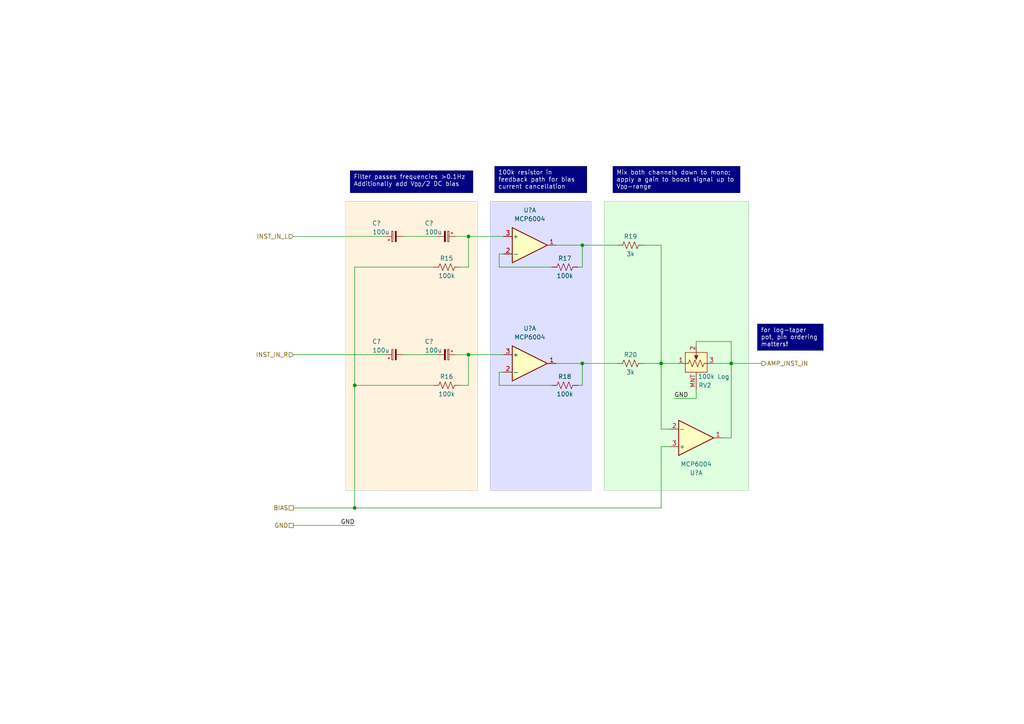
<source format=kicad_sch>
(kicad_sch (version 20230121) (generator eeschema)
  (paper "A4")
  (title_block (title "Digital Audio Effects Processor") (date "2023-11-26") (rev "A") (company "Ishaan Govindarajan"))
  (lib_symbols
    (symbol "Custom-AnalogIC:MCP6004" (pin_names (offset 0.127))
      (property "Reference" "U" (at 0 5.08 0))
      (property "Value" "MCP6004" (at 0 -5.08 0))
      (symbol "MCP6004_1_1"
        (polyline (pts (xy -5.08 5.08) (xy 5.08 0) (xy -5.08 -5.08) (xy -5.08 5.08)) (stroke (width 0.254)) (fill (type background)))
        (pin output line (at 7.62 0 180) (length 2.54) (name "~") (number "1"))
        (pin input line (at -7.62 -2.54 0) (length 2.54) (name "-") (number "2"))
        (pin input line (at -7.62 2.54 0) (length 2.54) (name "+") (number "3"))
      )
      (symbol "MCP6004_2_1"
        (polyline (pts (xy -5.08 5.08) (xy 5.08 0) (xy -5.08 -5.08) (xy -5.08 5.08)) (stroke (width 0.254)) (fill (type background)))
        (pin input line (at -7.62 2.54 0) (length 2.54) (name "+") (number "5"))
        (pin input line (at -7.62 -2.54 0) (length 2.54) (name "-") (number "6"))
        (pin output line (at 7.62 0 180) (length 2.54) (name "~") (number "7"))
      )
      (symbol "MCP6004_3_1"
        (polyline (pts (xy -5.08 5.08) (xy 5.08 0) (xy -5.08 -5.08) (xy -5.08 5.08)) (stroke (width 0.254)) (fill (type background)))
        (pin input line (at -7.62 2.54 0) (length 2.54) (name "+") (number "10"))
        (pin output line (at 7.62 0 180) (length 2.54) (name "~") (number "8"))
        (pin input line (at -7.62 -2.54 0) (length 2.54) (name "-") (number "9"))
      )
      (symbol "MCP6004_4_1"
        (polyline (pts (xy -5.08 5.08) (xy 5.08 0) (xy -5.08 -5.08) (xy -5.08 5.08)) (stroke (width 0.254)) (fill (type background)))
        (pin input line (at -7.62 2.54 0) (length 2.54) (name "+") (number "12"))
        (pin input line (at -7.62 -2.54 0) (length 2.54) (name "-") (number "13"))
        (pin output line (at 7.62 0 180) (length 2.54) (name "~") (number "14"))
      )
      (symbol "MCP6004_5_1"
        (pin power_in line (at -2.54 -7.62 90) (length 3.81) (name "V-") (number "11"))
        (pin power_in line (at -2.54 7.62 270) (length 3.81) (name "V+") (number "4"))
      )
    )
    (symbol "Custom-CapacitorTHT:860020473008" (pin_numbers hide) (pin_names (offset 0.254) hide)
      (property "Reference" "C?" (at 0.254 1.778 0))
      (property "Value" "100u" (at 0.254 -2.032 0))
      (symbol "860020473008_0_1"
        (rectangle (start -1.524 -0.3048) (end 1.524 -0.6858) (fill (type outline)))
        (rectangle (start -1.524 0.6858) (end 1.524 0.3048))
        (polyline (pts (xy -1.27 1.524) (xy -0.762 1.524)))
        (polyline (pts (xy -1.016 1.27) (xy -1.016 1.778)))
      )
      (symbol "860020473008_1_1"
        (pin passive line (at 0 2.54 270) (length 1.8542) (name "~") (number "1"))
        (pin passive line (at 0 -2.54 90) (length 1.8542) (name "~") (number "2"))
      )
    )
    (symbol "Custom-Electromechanical:PTV09A" (pin_names (offset 1.016) hide)
      (property "Reference" "RV" (at 5.08 -2.54 0))
      (property "Value" "100k Log" (at 8.89 3.81 0))
      (symbol "PTV09A_0_1"
        (polyline (pts (xy 0 -2.286) (xy 0 -2.54)))
        (polyline (pts (xy 0 2.54) (xy 0 2.286)))
        (polyline (pts (xy 2.54 0) (xy 1.524 0)))
        (polyline (pts (xy 2.54 0) (xy 3.81 0)))
        (polyline (pts (xy 1.143 0) (xy 2.286 0.508) (xy 2.286 -0.508) (xy 1.143 0)) (fill (type outline)))
        (polyline (pts (xy 0 -0.762) (xy 1.016 -1.143) (xy 0 -1.524) (xy -1.016 -1.905) (xy 0 -2.286)))
        (polyline (pts (xy 0 0.762) (xy 1.016 0.381) (xy 0 0) (xy -1.016 -0.381) (xy 0 -0.762)))
        (polyline (pts (xy 0 2.286) (xy 1.016 1.905) (xy 0 1.524) (xy -1.016 1.143) (xy 0 0.762)))
      )
      (symbol "PTV09A_1_1"
        (rectangle (start -2.54 3.175) (end 3.175 -3.175) (fill (type background)))
        (polyline (pts (xy 0 -2.54) (xy 0 -3.81)))
        (polyline (pts (xy 0 3.81) (xy 0 2.54)))
        (pin passive line (at 0 5.08 270) (length 1.27) (name "1") (number "1"))
        (pin passive line (at 5.08 0 180) (length 1.27) (name "2") (number "2"))
        (pin passive line (at 0 -5.08 90) (length 1.27) (name "3") (number "3"))
        (pin passive line (at -7.62 0 0) (length 5.08) (name "MNT") (number "MNT"))
      )
    )
    (symbol "Custom-ResistorTHT:MFR-25FRF52-100K" (pin_numbers hide) (pin_names (offset 0))
      (property "Reference" "R" (at 2.54 0 90))
      (property "Value" "100k" (at -2.54 0 90))
      (symbol "MFR-25FRF52-100K_0_1"
        (polyline (pts (xy 0 -2.286) (xy 0 -2.54)))
        (polyline (pts (xy 0 2.286) (xy 0 2.54)))
        (polyline (pts (xy 0 -0.762) (xy 1.016 -1.143) (xy 0 -1.524) (xy -1.016 -1.905) (xy 0 -2.286)))
        (polyline (pts (xy 0 0.762) (xy 1.016 0.381) (xy 0 0) (xy -1.016 -0.381) (xy 0 -0.762)))
        (polyline (pts (xy 0 2.286) (xy 1.016 1.905) (xy 0 1.524) (xy -1.016 1.143) (xy 0 0.762)))
      )
      (symbol "MFR-25FRF52-100K_1_1"
        (pin passive line (at 0 3.81 270) (length 1.27) (name "~") (number "1"))
        (pin passive line (at 0 -3.81 90) (length 1.27) (name "~") (number "2"))
      )
    )
    (symbol "Custom-ResistorTHT:MFR-25FRF52-3K" (pin_numbers hide) (pin_names (offset 0))
      (property "Reference" "R" (at 2.54 0 90))
      (property "Value" "3k" (at -2.54 0 90))
      (symbol "MFR-25FRF52-3K_0_1"
        (polyline (pts (xy 0 -2.286) (xy 0 -2.54)))
        (polyline (pts (xy 0 2.286) (xy 0 2.54)))
        (polyline (pts (xy 0 -0.762) (xy 1.016 -1.143) (xy 0 -1.524) (xy -1.016 -1.905) (xy 0 -2.286)))
        (polyline (pts (xy 0 0.762) (xy 1.016 0.381) (xy 0 0) (xy -1.016 -0.381) (xy 0 -0.762)))
        (polyline (pts (xy 0 2.286) (xy 1.016 1.905) (xy 0 1.524) (xy -1.016 1.143) (xy 0 0.762)))
      )
      (symbol "MFR-25FRF52-3K_1_1"
        (pin passive line (at 0 3.81 270) (length 1.27) (name "~") (number "1"))
        (pin passive line (at 0 -3.81 90) (length 1.27) (name "~") (number "2"))
      )
    )
  )
  (junction (at 102.87 111.76))
  (junction (at 135.89 102.87))
  (junction (at 168.91 105.41))
  (junction (at 135.89 68.58))
  (junction (at 212.09 105.41))
  (junction (at 191.77 105.41))
  (junction (at 102.87 147.32))
  (junction (at 168.91 71.12))
  (wire (pts (xy 212.09 127) (xy 209.55 127)))
  (wire (pts (xy 102.87 147.32) (xy 191.77 147.32)))
  (wire (pts (xy 168.91 105.41) (xy 168.91 111.76)))
  (wire (pts (xy 144.78 111.76) (xy 160.02 111.76)))
  (wire (pts (xy 135.89 68.58) (xy 146.05 68.58)))
  (wire (pts (xy 132.08 102.87) (xy 135.89 102.87)))
  (wire (pts (xy 191.77 105.41) (xy 191.77 124.46)))
  (wire (pts (xy 195.58 115.57) (xy 201.93 115.57)))
  (wire (pts (xy 191.77 129.54) (xy 194.31 129.54)))
  (wire (pts (xy 207.01 105.41) (xy 212.09 105.41)))
  (wire (pts (xy 102.87 111.76) (xy 125.73 111.76)))
  (wire (pts (xy 133.35 111.76) (xy 135.89 111.76)))
  (wire (pts (xy 125.73 77.47) (xy 102.87 77.47)))
  (wire (pts (xy 133.35 77.47) (xy 135.89 77.47)))
  (wire (pts (xy 102.87 77.47) (xy 102.87 111.76)))
  (wire (pts (xy 201.93 99.06) (xy 212.09 99.06)))
  (wire (pts (xy 85.09 147.32) (xy 102.87 147.32)))
  (wire (pts (xy 168.91 71.12) (xy 179.07 71.12)))
  (wire (pts (xy 85.09 102.87) (xy 111.76 102.87)))
  (wire (pts (xy 146.05 73.66) (xy 144.78 73.66)))
  (wire (pts (xy 186.69 71.12) (xy 191.77 71.12)))
  (wire (pts (xy 132.08 68.58) (xy 135.89 68.58)))
  (wire (pts (xy 116.84 102.87) (xy 127 102.87)))
  (wire (pts (xy 168.91 105.41) (xy 179.07 105.41)))
  (wire (pts (xy 191.77 71.12) (xy 191.77 105.41)))
  (wire (pts (xy 85.09 152.4) (xy 102.87 152.4)))
  (wire (pts (xy 168.91 77.47) (xy 167.64 77.47)))
  (wire (pts (xy 135.89 111.76) (xy 135.89 102.87)))
  (wire (pts (xy 144.78 77.47) (xy 160.02 77.47)))
  (wire (pts (xy 201.93 100.33) (xy 201.93 99.06)))
  (wire (pts (xy 212.09 99.06) (xy 212.09 105.41)))
  (wire (pts (xy 135.89 77.47) (xy 135.89 68.58)))
  (wire (pts (xy 161.29 71.12) (xy 168.91 71.12)))
  (wire (pts (xy 85.09 68.58) (xy 111.76 68.58)))
  (wire (pts (xy 144.78 73.66) (xy 144.78 77.47)))
  (wire (pts (xy 191.77 147.32) (xy 191.77 129.54)))
  (wire (pts (xy 144.78 107.95) (xy 146.05 107.95)))
  (wire (pts (xy 102.87 111.76) (xy 102.87 147.32)))
  (wire (pts (xy 212.09 105.41) (xy 220.98 105.41)))
  (wire (pts (xy 212.09 105.41) (xy 212.09 127)))
  (wire (pts (xy 116.84 68.58) (xy 127 68.58)))
  (wire (pts (xy 191.77 124.46) (xy 194.31 124.46)))
  (wire (pts (xy 161.29 105.41) (xy 168.91 105.41)))
  (wire (pts (xy 191.77 105.41) (xy 196.85 105.41)))
  (wire (pts (xy 201.93 115.57) (xy 201.93 113.03)))
  (wire (pts (xy 186.69 105.41) (xy 191.77 105.41)))
  (wire (pts (xy 168.91 111.76) (xy 167.64 111.76)))
  (wire (pts (xy 135.89 102.87) (xy 146.05 102.87)))
  (wire (pts (xy 144.78 107.95) (xy 144.78 111.76)))
  (wire (pts (xy 168.91 71.12) (xy 168.91 77.47)))
  (rectangle (start 175.26 58.42) (end 217.17 142.24) (stroke (width 0) (color 175 200 175 1)) (fill (type color) (color 223 255 223 1)))
  (rectangle (start 100.33 58.42) (end 138.43 142.24) (stroke (width 0) (color 200 190 175 1)) (fill (type color) (color 255 242 223 1)))
  (rectangle (start 142.24 58.42) (end 171.45 142.24) (stroke (width 0) (color 175 175 200 1)) (fill (type color) (color 223 223 255 1)))
  (text_box "Mix both channels down to mono; apply a gain to boost signal up to V_{DD}-range" (at 177.8 48.26 0) (size 36.83 7.62) (stroke (width 0) (color 0 0 72 1)) (fill (type color) (color 0 0 132 1)) (effects (font (size 1.27 1.27)) (justify left top)))
  (text_box "100k resistor in feedback path for bias current cancellation" (at 143.51 48.26 0) (size 26.67 7.62) (stroke (width 0) (color 0 0 72 1)) (fill (type color) (color 0 0 132 1)) (effects (font (size 1.27 1.27)) (justify left top)))
  (text_box "for log-taper pot, pin ordering matters!" (at 219.71 93.98 0) (size 19.05 7.62) (stroke (width 0) (color 0 0 72 1)) (fill (type color) (color 0 0 132 1)) (effects (font (size 1.27 1.27)) (justify left top)))
  (text_box "Filter passes frequencies >0.1Hz\nAdditionally add V_{DD}/2 DC bias" (at 101.6 49.53 0) (size 35.56 6.35) (stroke (width 0) (color 0 0 72 1)) (fill (type color) (color 0 0 132 1)) (effects (font (size 1.27 1.27)) (justify left top)))
  (label "GND" (at 195.58 115.57 0))
  (label "GND" (at 102.87 152.4 180))
  (hierarchical_label "GND" (shape passive) (at 85.09 152.4 180))
  (hierarchical_label "AMP_INST_IN" (shape output) (at 220.98 105.41 0))
  (hierarchical_label "INST_IN_R" (shape input) (at 85.09 102.87 180))
  (hierarchical_label "INST_IN_L" (shape input) (at 85.09 68.58 180))
  (hierarchical_label "BIAS" (shape passive) (at 85.09 147.32 180))
  (symbol (lib_id "Custom-ResistorTHT:MFR-25FRF52-100K") (at 129.54 111.76 90) (unit 1)
    (property "Reference" "R16" (at 129.54 109.22 90))
    (property "Value" "100k" (at 129.54 114.3 90))
    (property "Footprint" "Resistor_THT:R_Axial_DIN0207_L6.3mm_D2.5mm_P10.16mm_Horizontal" (effects hide))
    (property "Datasheet" "https://www.yageo.com/upload/media/product/productsearch/datasheet/lr/YAGEO%20MFR_datasheet_2023v3.pdf" (effects hide))
    (property "Manufacturer" "YAGEO" (effects hide))
    (property "Part Number" "MFR-25FRF52-100K" (effects hide))
  )
  (symbol (lib_id "Custom-AnalogIC:MCP6004") (at 153.67 71.12 0) (unit 1)
    (property "Reference" "U?" (at 153.67 60.96 0))
    (property "Value" "MCP6004" (at 153.67 63.5 0))
    (property "Footprint" "Custom-IC:DIP-14_W7.62mm_Socket_LongPads_IC" (effects hide))
    (property "Datasheet" "https://ww1.microchip.com/downloads/en/DeviceDoc/MCP6001-1R-1U-2-4-1-MHz-Low-Power-Op-Amp-DS20001733L.pdf" (effects hide))
    (property "Manufacturer" "Microchip Technology" (effects hide))
    (property "Part Number" "MCP6004-I/P" (effects hide))
    (instances (project "Amplifier Hardware R1" (path "" (reference "U?") (unit 1)) (path "" (reference "U3") (unit 4))))
  )
  (symbol (lib_id "Custom-ResistorTHT:MFR-25FRF52-100K") (at 163.83 111.76 90) (unit 1)
    (property "Reference" "R18" (at 163.83 109.22 90))
    (property "Value" "100k" (at 163.83 114.3 90))
    (property "Footprint" "Resistor_THT:R_Axial_DIN0207_L6.3mm_D2.5mm_P10.16mm_Horizontal" (effects hide))
    (property "Datasheet" "https://www.yageo.com/upload/media/product/productsearch/datasheet/lr/YAGEO%20MFR_datasheet_2023v3.pdf" (effects hide))
    (property "Manufacturer" "YAGEO" (effects hide))
    (property "Part Number" "MFR-25FRF52-100K" (effects hide))
  )
  (symbol (lib_id "Custom-Electromechanical:PTV09A") (at 201.93 105.41 90) (unit 1)
    (property "Reference" "RV2" (at 204.47 111.76 90))
    (property "Value" "100k Log" (at 207.01 109.22 90))
    (property "Footprint" "Custom-Electromechanical:Potentiometer_Bourns_PTV09A-1_Single_Vertical" (effects hide))
    (property "Datasheet" "https://www.bourns.com/docs/Product-Datasheets/PTV09.pdf" (effects hide))
    (property "Manufacturer" "Bourns Inc." (effects hide))
    (property "Part Number" "PTV09A-4030F-A104" (effects hide))
  )
  (symbol (lib_id "Custom-AnalogIC:MCP6004") (at 201.93 127 0) (mirror x) (unit 1)
    (property "Reference" "U?" (at 201.93 137.16 0))
    (property "Value" "MCP6004" (at 201.93 134.62 0))
    (property "Footprint" "Custom-IC:DIP-14_W7.62mm_Socket_LongPads_IC" (effects hide))
    (property "Datasheet" "https://ww1.microchip.com/downloads/en/DeviceDoc/MCP6001-1R-1U-2-4-1-MHz-Low-Power-Op-Amp-DS20001733L.pdf" (effects hide))
    (property "Manufacturer" "Microchip Technology" (effects hide))
    (property "Part Number" "MCP6004-I/P" (effects hide))
    (instances (project "Amplifier Hardware R1" (path "" (reference "U?") (unit 1)) (path "" (reference "U3") (unit 1))))
  )
  (symbol (lib_id "Custom-ResistorTHT:MFR-25FRF52-3K") (at 182.88 71.12 90) (unit 1)
    (property "Reference" "R19" (at 182.88 68.58 90))
    (property "Value" "3k" (at 182.88 73.66 90))
    (property "Footprint" "Resistor_THT:R_Axial_DIN0207_L6.3mm_D2.5mm_P10.16mm_Horizontal" (effects hide))
    (property "Datasheet" "https://www.yageo.com/upload/media/product/productsearch/datasheet/lr/YAGEO%20MFR_datasheet_2023v3.pdf" (effects hide))
    (property "Manufacturer" "YAGEO" (effects hide))
    (property "Part Number" "MFR-25FRF52-3K" (effects hide))
  )
  (symbol (lib_id "Custom-ResistorTHT:MFR-25FRF52-100K") (at 163.83 77.47 90) (unit 1)
    (property "Reference" "R17" (at 163.83 74.93 90))
    (property "Value" "100k" (at 163.83 80.01 90))
    (property "Footprint" "Resistor_THT:R_Axial_DIN0207_L6.3mm_D2.5mm_P10.16mm_Horizontal" (effects hide))
    (property "Datasheet" "https://www.yageo.com/upload/media/product/productsearch/datasheet/lr/YAGEO%20MFR_datasheet_2023v3.pdf" (effects hide))
    (property "Manufacturer" "YAGEO" (effects hide))
    (property "Part Number" "MFR-25FRF52-100K" (effects hide))
  )
  (symbol (lib_id "Custom-ResistorTHT:MFR-25FRF52-100K") (at 129.54 77.47 90) (unit 1)
    (property "Reference" "R15" (at 129.54 74.93 90))
    (property "Value" "100k" (at 129.54 80.01 90))
    (property "Footprint" "Resistor_THT:R_Axial_DIN0207_L6.3mm_D2.5mm_P10.16mm_Horizontal" (effects hide))
    (property "Datasheet" "https://www.yageo.com/upload/media/product/productsearch/datasheet/lr/YAGEO%20MFR_datasheet_2023v3.pdf" (effects hide))
    (property "Manufacturer" "YAGEO" (effects hide))
    (property "Part Number" "MFR-25FRF52-100K" (effects hide))
  )
  (symbol (lib_id "Custom-CapacitorTHT:860020473008") (at 114.3 68.58 90) (unit 1)
    (property "Reference" "C?" (at 109.22 64.77 90))
    (property "Value" "100u" (at 110.49 67.31 90))
    (property "Footprint" "Custom-RLC:CP_Radial_D6.3mm_H12.5_P2.50mm" (effects hide))
    (property "Datasheet" "https://www.we-online.com/components/products/datasheet/860020473008.pdf" (effects hide))
    (property "Manufacturer" "Würth Elektronik" (effects hide))
    (property "Part Number" "860020473008" (effects hide))
    (instances (project "Amplifier Hardware R1" (path "" (reference "C?") (unit 1)) (path "" (reference "C9") (unit 1))))
  )
  (symbol (lib_id "Custom-CapacitorTHT:860020473008") (at 114.3 102.87 90) (unit 1)
    (property "Reference" "C?" (at 109.22 99.06 90))
    (property "Value" "100u" (at 110.49 101.6 90))
    (property "Footprint" "Custom-RLC:CP_Radial_D6.3mm_H12.5_P2.50mm" (effects hide))
    (property "Datasheet" "https://www.we-online.com/components/products/datasheet/860020473008.pdf" (effects hide))
    (property "Manufacturer" "Würth Elektronik" (effects hide))
    (property "Part Number" "860020473008" (effects hide))
    (instances (project "Amplifier Hardware R1" (path "" (reference "C?") (unit 1)) (path "" (reference "C10") (unit 1))))
  )
  (symbol (lib_id "Custom-AnalogIC:MCP6004") (at 153.67 105.41 0) (unit 1)
    (property "Reference" "U?" (at 153.67 95.25 0))
    (property "Value" "MCP6004" (at 153.67 97.79 0))
    (property "Footprint" "Custom-IC:DIP-14_W7.62mm_Socket_LongPads_IC" (effects hide))
    (property "Datasheet" "https://ww1.microchip.com/downloads/en/DeviceDoc/MCP6001-1R-1U-2-4-1-MHz-Low-Power-Op-Amp-DS20001733L.pdf" (effects hide))
    (property "Manufacturer" "Microchip Technology" (effects hide))
    (property "Part Number" "MCP6004-I/P" (effects hide))
    (instances (project "Amplifier Hardware R1" (path "" (reference "U?") (unit 1)) (path "" (reference "U3") (unit 3))))
  )
  (symbol (lib_id "Custom-CapacitorTHT:860020473008") (at 129.54 68.58 270) (unit 1)
    (property "Reference" "C?" (at 124.46 64.77 90))
    (property "Value" "100u" (at 125.73 67.31 90))
    (property "Footprint" "Custom-RLC:CP_Radial_D6.3mm_H12.5_P2.50mm" (effects hide))
    (property "Datasheet" "https://www.we-online.com/components/products/datasheet/860020473008.pdf" (effects hide))
    (property "Manufacturer" "Würth Elektronik" (effects hide))
    (property "Part Number" "860020473008" (effects hide))
    (instances (project "Amplifier Hardware R1" (path "" (reference "C?") (unit 1)) (path "" (reference "C11") (unit 1))))
  )
  (symbol (lib_id "Custom-CapacitorTHT:860020473008") (at 129.54 102.87 270) (unit 1)
    (property "Reference" "C?" (at 124.46 99.06 90))
    (property "Value" "100u" (at 125.73 101.6 90))
    (property "Footprint" "Custom-RLC:CP_Radial_D6.3mm_H12.5_P2.50mm" (effects hide))
    (property "Datasheet" "https://www.we-online.com/components/products/datasheet/860020473008.pdf" (effects hide))
    (property "Manufacturer" "Würth Elektronik" (effects hide))
    (property "Part Number" "860020473008" (effects hide))
    (instances (project "Amplifier Hardware R1" (path "" (reference "C?") (unit 1)) (path "" (reference "C12") (unit 1))))
  )
  (symbol (lib_id "Custom-ResistorTHT:MFR-25FRF52-3K") (at 182.88 105.41 90) (unit 1)
    (property "Reference" "R20" (at 182.88 102.87 90))
    (property "Value" "3k" (at 182.88 107.95 90))
    (property "Footprint" "Resistor_THT:R_Axial_DIN0207_L6.3mm_D2.5mm_P10.16mm_Horizontal" (effects hide))
    (property "Datasheet" "https://www.yageo.com/upload/media/product/productsearch/datasheet/lr/YAGEO%20MFR_datasheet_2023v3.pdf" (effects hide))
    (property "Manufacturer" "YAGEO" (effects hide))
    (property "Part Number" "MFR-25FRF52-3K" (effects hide))
  )
)
</source>
